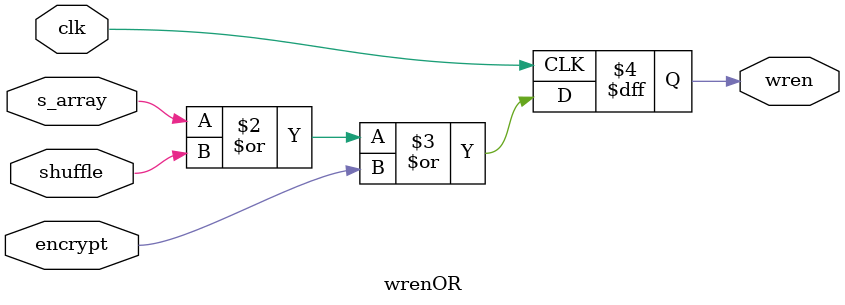
<source format=sv>
module wrenOR (input clk, input s_array,input shuffle,input encrypt,output wren );

always@(posedge clk)
	begin
		wren <=(s_array | shuffle | encrypt);
	end
	
endmodule
</source>
